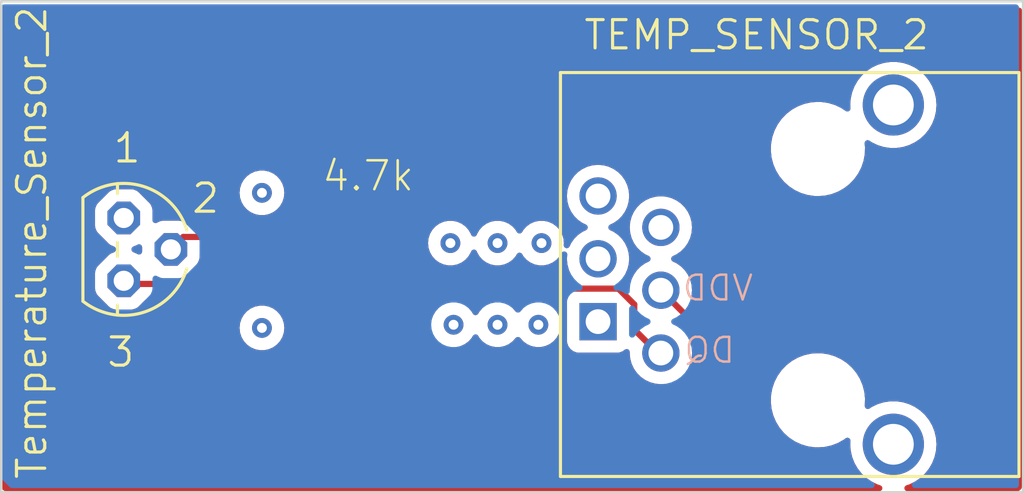
<source format=kicad_pcb>
(kicad_pcb (version 20221018) (generator pcbnew)
  (layers (0 "F.Cu" signal) (31 "B.Cu" signal) (34 "B.Paste" user) (35 "F.Paste" user) (36 "B.SilkS" user "B.Silkscreen") (37 "F.SilkS" user "F.Silkscreen") (38 "B.Mask" user) (39 "F.Mask" user) (44 "Edge.Cuts" user))
  (net 0 "")
  (footprint "AutoLoadbankFootprint:1734723-1_RJ11" (layer "F.Cu") (at 136.357354 94.574354 90)
    (fp_text reference "J1" hide)
    (fp_text value "6P6C" hide)
    (fp_line (start -8.8 -4.06) (end -8.8 14.48) (stroke (width 0.127)) (layer "F.SilkS"))
    (fp_line (start -8.8 -4.06) (end 7.53 -4.06) (stroke (width 0.127)) (layer "F.SilkS"))
    (fp_line (start -8.8 14.48) (end 7.53 14.48) (stroke (width 0.127)) (layer "F.SilkS"))
    (fp_line (start 7.53 -4.06) (end 7.53 14.48) (stroke (width 0.127)) (layer "F.SilkS"))
    (pad "" np_thru_hole circle (at -5.72 6.35 90) (size 3.3 3.3) (drill 3.3) (layers "F&B.Cu" "*.Mask"))
    (pad "" np_thru_hole circle (at 4.44 6.35 90) (size 3.3 3.3) (drill 3.3) (layers "F&B.Cu" "*.Mask"))
    (pad "1" thru_hole rect (at -2.54 -2.54 90) (size 1.508 1.508) (drill 1) (layers "*.Cu" "*.Mask"))
    (pad "2" thru_hole circle (at 0 -2.54 90) (size 1.508 1.508) (drill 1) (layers "*.Cu" "*.Mask"))
    (pad "3" thru_hole circle (at 2.54 -2.54 90) (size 1.508 1.508) (drill 1) (layers "*.Cu" "*.Mask"))
    (pad "4" thru_hole circle (at -3.81 0 90) (size 1.508 1.508) (drill 1) (layers "*.Cu" "*.Mask"))
    (pad "5" thru_hole circle (at -1.27 0 90) (size 1.508 1.508) (drill 1) (layers "*.Cu" "*.Mask"))
    (pad "6" thru_hole circle (at 1.27 0 90) (size 1.508 1.508) (drill 1) (layers "*.Cu" "*.Mask"))
    (pad "SH1" thru_hole circle (at -7.5 9.4 90) (size 2.475 2.475) (drill 1.65) (layers "*.Cu" "*.Mask"))
    (pad "SH2" thru_hole circle (at 6.22 9.4 90) (size 2.475 2.475) (drill 1.65) (layers "*.Cu" "*.Mask"))
  )
  (footprint "AutoLoadbankFootprint:TO92-3" (layer "F.Cu") (at 114.640354 94.193354 -90)
    (fp_text reference "U$1" hide)
    (fp_text value "Temperature_Sensor_2" (at -9.906 3.048 90) (layer "F.SilkS") (effects (font (size 1.143 1.143) (thickness 0.127)) (justify right bottom)))
    (fp_text user "2" (at -1.397 -3.937 180) (layer "F.SilkS") (effects (font (size 1.143 1.143) (thickness 0.127)) (justify right bottom)))
    (fp_text user "1" (at -3.429 -0.762 180) (layer "F.SilkS") (effects (font (size 1.143 1.143) (thickness 0.127)) (justify right bottom)))
    (fp_text user "3" (at 4.826 -0.508 180) (layer "F.SilkS") (effects (font (size 1.143 1.143) (thickness 0.127)) (justify right bottom)))
    (fp_line (start -2.6549 0.254) (end -2.2537 0.254) (stroke (width 0.127)) (layer "F.SilkS"))
    (fp_line (start -2.0945 1.651) (end 2.0945 1.651) (stroke (width 0.127)) (layer "F.SilkS"))
    (fp_line (start -0.2863 0.254) (end 0.2863 0.254) (stroke (width 0.127)) (layer "F.SilkS"))
    (fp_line (start 2.2537 0.254) (end 2.6549 0.254) (stroke (width 0.127)) (layer "F.SilkS"))
    (fp_arc (start -2.6549 0.254) (mid -2.219001 -1.479566) (end -0.786299 -2.548501) (stroke (width 0.127)) (layer "F.SilkS"))
    (fp_arc (start -2.0946 1.651) (mid -2.475347 0.992847) (end -2.654901 0.254) (stroke (width 0.127)) (layer "F.SilkS"))
    (fp_arc (start 0.7863 -2.5484) (mid 2.546274 -0.793203) (end 2.094499 1.651) (stroke (width 0.127)) (layer "F.SilkS"))
    (pad "1" thru_hole roundrect (at -1.27 0 270) (size 1.3208 1.3208) (drill 0.8128) (layers "*.Cu" "*.Mask") (chamfer_ratio 0.2928932188) (chamfer top_left top_right bottom_left bottom_right))
    (pad "2" thru_hole roundrect (at 0 -1.905 270) (size 1.3208 1.3208) (drill 0.8128) (layers "*.Cu" "*.Mask") (chamfer_ratio 0.2928932188) (chamfer top_left top_right bottom_left bottom_right))
    (pad "3" thru_hole roundrect (at 1.27 0 270) (size 1.3208 1.3208) (drill 0.8128) (layers "*.Cu" "*.Mask") (chamfer_ratio 0.2928932188) (chamfer top_left top_right bottom_left bottom_right))
  )
  (footprint "AutoLoadbankFootprint:R0805" (layer "F.Cu") (at 124.673354 94.640354 -90)
    (fp_text reference "4.7k" (at -2.733 -1.778 180) (layer "F.SilkS") (effects (font (size 1.1684 1.1684) (thickness 0.1016)) (justify right bottom)))
    (fp_text value "R" hide)
    (pad "1" smd rect (at -0.95 0 270) (size 1.3 1.5) (layers "F.Cu" "F.Paste" "F.Mask"))
    (pad "2" smd rect (at 0.95 0 270) (size 1.3 1.5) (layers "F.Cu" "F.Paste" "F.Mask"))
  )
  (gr_rect (start 109.687354 84.160354) (end 151.003 104.013) (stroke (width 0.1)) (fill none) (layer "Edge.Cuts"))
  (gr_text "VDD" (at 140.1572 96.3422) (layer "B.SilkS") (effects (font (size 1 1) (thickness 0.1)) (justify left bottom mirror)))
  (gr_text "DQ" (at 139.4206 98.8568) (layer "B.SilkS") (effects (font (size 1 1) (thickness 0.1)) (justify left bottom mirror)))
  (gr_text "TEMP_SENSOR_2" (at 147.279354 86.192354) (layer "F.SilkS") (effects (font (size 1.143 1.143) (thickness 0.127)) (justify right bottom)))
  (segment (start 135.281354 97.432354) (end 135.281354 96.419354) (width 0.25) (layer "F.Cu") (net 0))
  (segment (start 138.008354 97.495354) (end 138.008354 99.273354) (width 0.25) (layer "F.Cu") (net 0))
  (segment (start 136.484354 100.797354) (end 129.880354 100.797354) (width 0.25) (layer "F.Cu") (net 0))
  (segment (start 135.281354 96.419354) (end 134.642354 95.780354) (width 0.25) (layer "F.Cu") (net 0))
  (segment (start 117.048354 93.690354) (end 116.545354 94.193354) (width 0.25) (layer "F.Cu") (net 0))
  (segment (start 126.763354 95.780354) (end 124.673354 93.690354) (width 0.25) (layer "F.Cu") (net 0))
  (segment (start 134.642354 95.780354) (end 126.763354 95.780354) (width 0.25) (layer "F.Cu") (net 0))
  (segment (start 114.767354 95.590354) (end 114.640354 95.463354) (width 0.25) (layer "F.Cu") (net 0))
  (segment (start 129.880354 100.797354) (end 124.673354 95.590354) (width 0.25) (layer "F.Cu") (net 0))
  (segment (start 124.673354 95.590354) (end 114.767354 95.590354) (width 0.25) (layer "F.Cu") (net 0))
  (segment (start 136.357354 95.844354) (end 138.008354 97.495354) (width 0.25) (layer "F.Cu") (net 0))
  (segment (start 136.360354 98.511354) (end 135.281354 97.432354) (width 0.25) (layer "F.Cu") (net 0))
  (segment (start 138.008354 99.273354) (end 136.484354 100.797354) (width 0.25) (layer "F.Cu") (net 0))
  (segment (start 124.673354 93.690354) (end 117.048354 93.690354) (width 0.25) (layer "F.Cu") (net 0))
  (via (at 131.531354 93.939354) (size 0.8) (drill 0.4) (layers "F.Cu" "B.Cu") (net 0))
  (via (at 127.975354 97.241354) (size 0.8) (drill 0.4) (layers "F.Cu" "B.Cu") (net 0))
  (via (at 120.228354 97.368354) (size 0.8) (drill 0.4) (layers "F.Cu" "B.Cu") (net 0))
  (via (at 120.228354 91.907354) (size 0.8) (drill 0.4) (layers "F.Cu" "B.Cu") (net 0))
  (via (at 129.753354 93.939354) (size 0.8) (drill 0.4) (layers "F.Cu" "B.Cu") (net 0))
  (via (at 129.753354 97.241354) (size 0.8) (drill 0.4) (layers "F.Cu" "B.Cu") (net 0))
  (via (at 131.404354 97.241354) (size 0.8) (drill 0.4) (layers "F.Cu" "B.Cu") (net 0))
  (via (at 127.848354 93.939354) (size 0.8) (drill 0.4) (layers "F.Cu" "B.Cu") (net 0))
  (zone (net 0) (net_name "") (layer "F.Cu") (connect_pads (clearance 0.5)) (min_thickness 0.25) (fill yes (thermal_gap 0.5) (thermal_bridge_width 0.5))
    (polygon (pts (xy 109.814354 84.414354) (xy 150.962354 84.414354) (xy 150.962354 103.845354) (xy 150.835354 103.972354) (xy 109.814354 103.972354) (xy 109.687354 103.845354) (xy 109.687354 84.541354)))
  )
  (zone (net 0) (net_name "") (layer "B.Cu") (priority 1) (connect_pads (clearance 0.5)) (min_thickness 0.25) (fill yes (thermal_gap 0.5) (thermal_bridge_width 0.5))
    (polygon (pts (xy 109.687354 84.287354) (xy 150.835354 84.287354) (xy 150.835354 103.845354) (xy 110.068354 103.845354) (xy 109.687354 103.464354)))
  )
)
</source>
